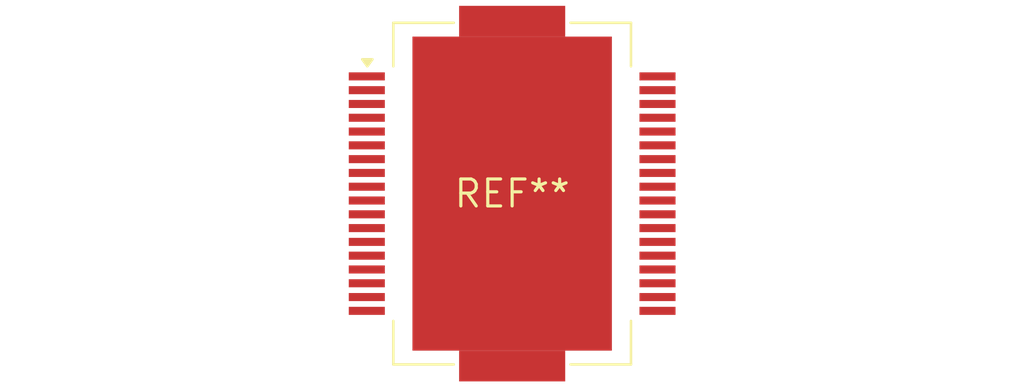
<source format=kicad_pcb>
(kicad_pcb (version 20240108) (generator pcbnew)
  (layers (0 "F.Cu" signal) (31 "B.Cu" signal) (34 "B.Paste" user) (35 "F.Paste" user) (36 "B.SilkS" user "B.Silkscreen") (37 "F.SilkS" user "F.Silkscreen") (38 "B.Mask" user) (39 "F.Mask" user) (44 "Edge.Cuts" user))
  (net 0 "")
  (footprint "HSOP-36-1EP_11.0x15.9mm_P0.65mm_SlugDown" (layer "F.Cu") (at 0 0)
    (property "Reference" "REF**")
    (property "Value" "HSOP-36-1EP_11.0x15.9mm_P0.65mm_SlugDown")
    (fp_line (start -5.6 -8.05) (end -5.6 -6) (layer "F.SilkS") (stroke (width 0.12)))
    (fp_line (start -5.6 8.05) (end -5.6 6) (layer "F.SilkS") (stroke (width 0.12)))
    (fp_line (start -2.75 -8.05) (end -5.6 -8.05) (layer "F.SilkS") (stroke (width 0.12)))
    (fp_line (start -2.75 8.05) (end -5.6 8.05) (layer "F.SilkS") (stroke (width 0.12)))
    (fp_line (start 5.6 -8.05) (end 2.75 -8.05) (layer "F.SilkS") (stroke (width 0.12)))
    (fp_line (start 5.6 -8.05) (end 5.6 -6) (layer "F.SilkS") (stroke (width 0.12)))
    (fp_line (start 5.6 8.05) (end 2.75 8.05) (layer "F.SilkS") (stroke (width 0.12)))
    (fp_line (start 5.6 8.05) (end 5.6 6) (layer "F.SilkS") (stroke (width 0.12)))
    (fp_poly (pts (xy -6.825 -6) (xy -7.065 -6.33) (xy -6.585 -6.33) (xy -6.825 -6)) (layer "F.SilkS") (stroke (width 0.12)) (fill solid))
    (pad "1" smd rect (at -6.85 -5.525) (size 1.7 0.38) (layers "F.Cu" "F.Paste" "F.Mask"))
    (pad "2" smd rect (at -6.85 -4.875) (size 1.7 0.38) (layers "F.Cu" "F.Paste" "F.Mask"))
    (pad "3" smd rect (at -6.85 -4.225) (size 1.7 0.38) (layers "F.Cu" "F.Paste" "F.Mask"))
    (pad "4" smd rect (at -6.85 -3.575) (size 1.7 0.38) (layers "F.Cu" "F.Paste" "F.Mask"))
    (pad "5" smd rect (at -6.85 -2.925) (size 1.7 0.38) (layers "F.Cu" "F.Paste" "F.Mask"))
    (pad "6" smd rect (at -6.85 -2.275) (size 1.7 0.38) (layers "F.Cu" "F.Paste" "F.Mask"))
    (pad "7" smd rect (at -6.85 -1.625) (size 1.7 0.38) (layers "F.Cu" "F.Paste" "F.Mask"))
    (pad "8" smd rect (at -6.85 -0.975) (size 1.7 0.38) (layers "F.Cu" "F.Paste" "F.Mask"))
    (pad "9" smd rect (at -6.85 -0.325) (size 1.7 0.38) (layers "F.Cu" "F.Paste" "F.Mask"))
    (pad "10" smd rect (at -6.85 0.325) (size 1.7 0.38) (layers "F.Cu" "F.Paste" "F.Mask"))
    (pad "11" smd rect (at -6.85 0.975) (size 1.7 0.38) (layers "F.Cu" "F.Paste" "F.Mask"))
    (pad "12" smd rect (at -6.85 1.625) (size 1.7 0.38) (layers "F.Cu" "F.Paste" "F.Mask"))
    (pad "13" smd rect (at -6.85 2.275) (size 1.7 0.38) (layers "F.Cu" "F.Paste" "F.Mask"))
    (pad "14" smd rect (at -6.85 2.925) (size 1.7 0.38) (layers "F.Cu" "F.Paste" "F.Mask"))
    (pad "15" smd rect (at -6.85 3.575) (size 1.7 0.38) (layers "F.Cu" "F.Paste" "F.Mask"))
    (pad "16" smd rect (at -6.85 4.225) (size 1.7 0.38) (layers "F.Cu" "F.Paste" "F.Mask"))
    (pad "17" smd rect (at -6.85 4.875) (size 1.7 0.38) (layers "F.Cu" "F.Paste" "F.Mask"))
    (pad "18" smd rect (at -6.85 5.525) (size 1.7 0.38) (layers "F.Cu" "F.Paste" "F.Mask"))
    (pad "19" smd rect (at 6.85 5.525) (size 1.7 0.38) (layers "F.Cu" "F.Paste" "F.Mask"))
    (pad "20" smd rect (at 6.85 4.875) (size 1.7 0.38) (layers "F.Cu" "F.Paste" "F.Mask"))
    (pad "21" smd rect (at 6.85 4.225) (size 1.7 0.38) (layers "F.Cu" "F.Paste" "F.Mask"))
    (pad "22" smd rect (at 6.85 3.575) (size 1.7 0.38) (layers "F.Cu" "F.Paste" "F.Mask"))
    (pad "23" smd rect (at 6.85 2.925) (size 1.7 0.38) (layers "F.Cu" "F.Paste" "F.Mask"))
    (pad "24" smd rect (at 6.85 2.275) (size 1.7 0.38) (layers "F.Cu" "F.Paste" "F.Mask"))
    (pad "25" smd rect (at 6.85 1.625) (size 1.7 0.38) (layers "F.Cu" "F.Paste" "F.Mask"))
    (pad "26" smd rect (at 6.85 0.975) (size 1.7 0.38) (layers "F.Cu" "F.Paste" "F.Mask"))
    (pad "27" smd rect (at 6.85 0.325) (size 1.7 0.38) (layers "F.Cu" "F.Paste" "F.Mask"))
    (pad "28" smd rect (at 6.85 -0.325) (size 1.7 0.38) (layers "F.Cu" "F.Paste" "F.Mask"))
    (pad "29" smd rect (at 6.85 -0.975) (size 1.7 0.38) (layers "F.Cu" "F.Paste" "F.Mask"))
    (pad "30" smd rect (at 6.85 -1.625) (size 1.7 0.38) (layers "F.Cu" "F.Paste" "F.Mask"))
    (pad "31" smd rect (at 6.85 -2.275) (size 1.7 0.38) (layers "F.Cu" "F.Paste" "F.Mask"))
    (pad "32" smd rect (at 6.85 -2.925) (size 1.7 0.38) (layers "F.Cu" "F.Paste" "F.Mask"))
    (pad "33" smd rect (at 6.85 -3.575) (size 1.7 0.38) (layers "F.Cu" "F.Paste" "F.Mask"))
    (pad "34" smd rect (at 6.85 -4.225) (size 1.7 0.38) (layers "F.Cu" "F.Paste" "F.Mask"))
    (pad "35" smd rect (at 6.85 -4.875) (size 1.7 0.38) (layers "F.Cu" "F.Paste" "F.Mask"))
    (pad "36" smd rect (at 6.85 -5.525) (size 1.7 0.38) (layers "F.Cu" "F.Paste" "F.Mask"))
    (pad "37" smd rect (at 0 -8.125) (size 5 1.45) (layers "F.Cu" "F.Paste" "F.Mask"))
    (pad "37" smd rect (at 0 0) (size 9.4 14.8) (layers "F.Cu" "F.Paste" "F.Mask"))
    (pad "37" smd rect (at 0 8.125) (size 5 1.45) (layers "F.Cu" "F.Paste" "F.Mask"))
  )
)
</source>
